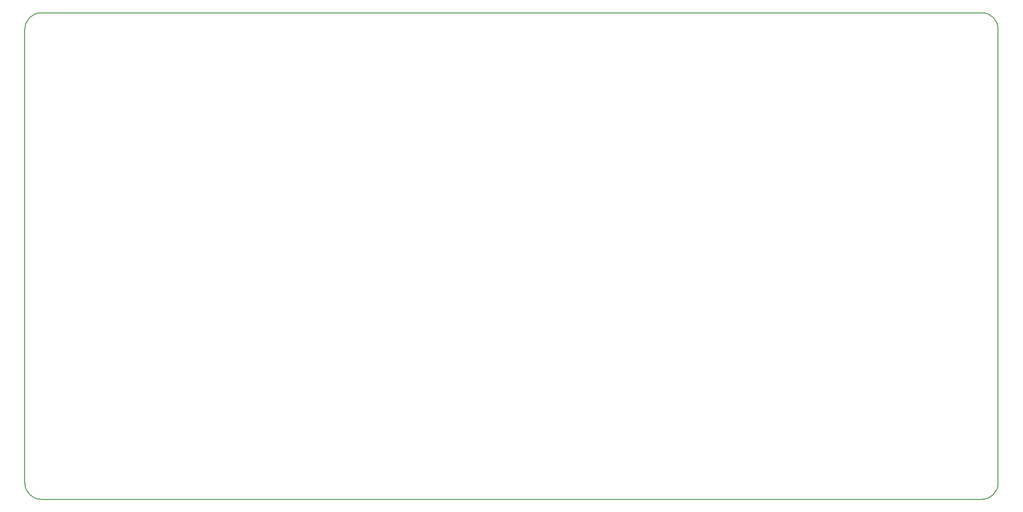
<source format=gbr>
G04 #@! TF.GenerationSoftware,KiCad,Pcbnew,(6.0.4-0)*
G04 #@! TF.CreationDate,2022-05-09T18:43:37-05:00*
G04 #@! TF.ProjectId,freaku4X,66726561-6b75-4345-982e-6b696361645f,rev?*
G04 #@! TF.SameCoordinates,Original*
G04 #@! TF.FileFunction,Profile,NP*
%FSLAX46Y46*%
G04 Gerber Fmt 4.6, Leading zero omitted, Abs format (unit mm)*
G04 Created by KiCad (PCBNEW (6.0.4-0)) date 2022-05-09 18:43:37*
%MOMM*%
%LPD*%
G01*
G04 APERTURE LIST*
G04 #@! TA.AperFunction,Profile*
%ADD10C,0.200000*%
G04 #@! TD*
G04 APERTURE END LIST*
D10*
X55562500Y-139700000D02*
G75*
G03*
X58737500Y-142875000I3175000J0D01*
G01*
X242887500Y-47625000D02*
X58737500Y-47625000D01*
X246062500Y-50800000D02*
G75*
G03*
X242887500Y-47625000I-3175000J0D01*
G01*
X58737500Y-47625000D02*
G75*
G03*
X55562500Y-50800000I0J-3175000D01*
G01*
X242887500Y-142875000D02*
G75*
G03*
X246062500Y-139700000I0J3175000D01*
G01*
X246062500Y-139700000D02*
X246062500Y-50800000D01*
X58737500Y-142875000D02*
X242887500Y-142875000D01*
X55562500Y-50800000D02*
X55562500Y-139700000D01*
M02*

</source>
